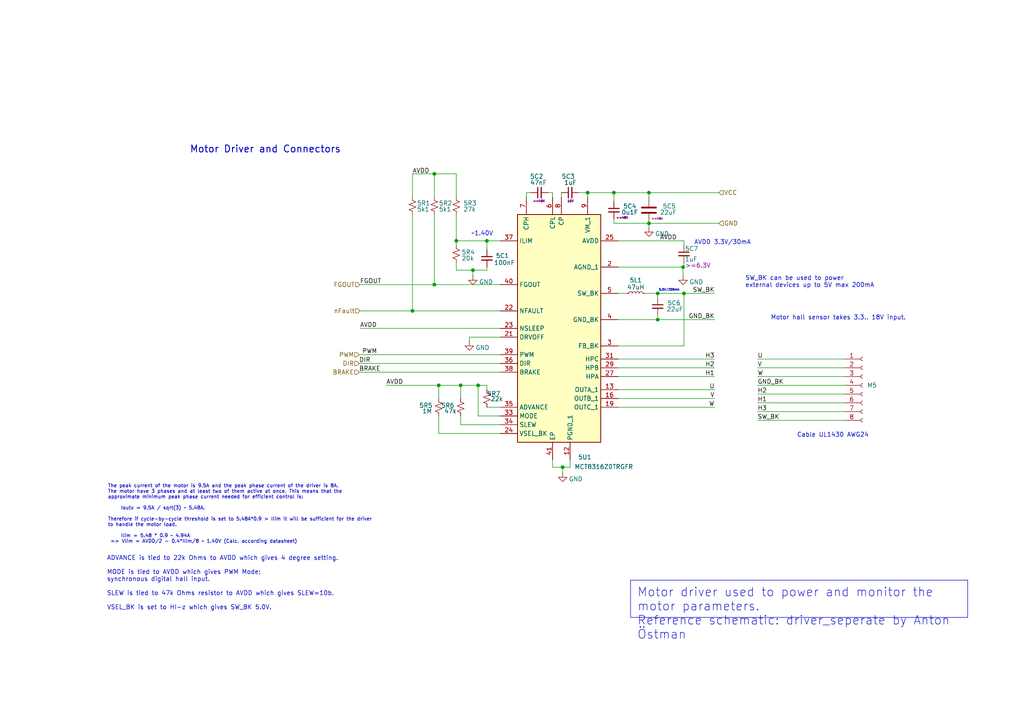
<source format=kicad_sch>
(kicad_sch (version 20231120) (generator "eeschema") (generator_version "8.0")
  (paper "A4")
  (lib_symbols
    (symbol "Connector:Conn_01x08_Socket" (pin_names (offset 1.016) hide)
      (property "Reference" "J" (at 0 10.16 0))
      (property "Value" "Conn_01x08_Socket" (at 0 -12.7 0))
      (symbol "Conn_01x08_Socket_1_1"
        (arc (start 0 -9.652) (mid -0.5058 -10.16) (end 0 -10.668) (stroke (width 0.1524)))
        (arc (start 0 -7.112) (mid -0.5058 -7.62) (end 0 -8.128) (stroke (width 0.1524)))
        (arc (start 0 -4.572) (mid -0.5058 -5.08) (end 0 -5.588) (stroke (width 0.1524)))
        (arc (start 0 -2.032) (mid -0.5058 -2.54) (end 0 -3.048) (stroke (width 0.1524)))
        (polyline (pts (xy -1.27 -10.16) (xy -0.508 -10.16)) (stroke (width 0.1524)))
        (polyline (pts (xy -1.27 -7.62) (xy -0.508 -7.62)) (stroke (width 0.1524)))
        (polyline (pts (xy -1.27 -5.08) (xy -0.508 -5.08)) (stroke (width 0.1524)))
        (polyline (pts (xy -1.27 -2.54) (xy -0.508 -2.54)) (stroke (width 0.1524)))
        (polyline (pts (xy -1.27 0) (xy -0.508 0)) (stroke (width 0.1524)))
        (polyline (pts (xy -1.27 2.54) (xy -0.508 2.54)) (stroke (width 0.1524)))
        (polyline (pts (xy -1.27 5.08) (xy -0.508 5.08)) (stroke (width 0.1524)))
        (polyline (pts (xy -1.27 7.62) (xy -0.508 7.62)) (stroke (width 0.1524)))
        (arc (start 0 0.508) (mid -0.5058 0) (end 0 -0.508) (stroke (width 0.1524)))
        (arc (start 0 3.048) (mid -0.5058 2.54) (end 0 2.032) (stroke (width 0.1524)))
        (arc (start 0 5.588) (mid -0.5058 5.08) (end 0 4.572) (stroke (width 0.1524)))
        (arc (start 0 8.128) (mid -0.5058 7.62) (end 0 7.112) (stroke (width 0.1524)))
        (pin passive line (at -5.08 7.62 0) (length 3.81) (name "Pin_1") (number "1"))
        (pin passive line (at -5.08 5.08 0) (length 3.81) (name "Pin_2") (number "2"))
        (pin passive line (at -5.08 2.54 0) (length 3.81) (name "Pin_3") (number "3"))
        (pin passive line (at -5.08 0 0) (length 3.81) (name "Pin_4") (number "4"))
        (pin passive line (at -5.08 -2.54 0) (length 3.81) (name "Pin_5") (number "5"))
        (pin passive line (at -5.08 -5.08 0) (length 3.81) (name "Pin_6") (number "6"))
        (pin passive line (at -5.08 -7.62 0) (length 3.81) (name "Pin_7") (number "7"))
        (pin passive line (at -5.08 -10.16 0) (length 3.81) (name "Pin_8") (number "8"))
      )
    )
    (symbol "Device:C" (pin_numbers hide) (pin_names (offset 0.254))
      (property "Reference" "C" (at 0.635 2.54 0))
      (property "Value" "C" (at 0.635 -2.54 0))
      (symbol "C_0_1"
        (polyline (pts (xy -2.032 -0.762) (xy 2.032 -0.762)) (stroke (width 0.508)))
        (polyline (pts (xy -2.032 0.762) (xy 2.032 0.762)) (stroke (width 0.508)))
      )
      (symbol "C_1_1"
        (pin passive line (at 0 3.81 270) (length 2.794) (name "~") (number "1"))
        (pin passive line (at 0 -3.81 90) (length 2.794) (name "~") (number "2"))
      )
    )
    (symbol "Device:C_Small" (pin_numbers hide) (pin_names (offset 0.254) hide)
      (property "Reference" "C" (at 0.254 1.778 0))
      (property "Value" "C_Small" (at 0.254 -2.032 0))
      (symbol "C_Small_0_1"
        (polyline (pts (xy -1.524 -0.508) (xy 1.524 -0.508)) (stroke (width 0.3302)))
        (polyline (pts (xy -1.524 0.508) (xy 1.524 0.508)) (stroke (width 0.3048)))
      )
      (symbol "C_Small_1_1"
        (pin passive line (at 0 2.54 270) (length 2.032) (name "~") (number "1"))
        (pin passive line (at 0 -2.54 90) (length 2.032) (name "~") (number "2"))
      )
    )
    (symbol "Device:L_Small" (pin_numbers hide) (pin_names (offset 0.254) hide)
      (property "Reference" "L" (at 0.762 1.016 0))
      (property "Value" "L_Small" (at 0.762 -1.016 0))
      (symbol "L_Small_0_1"
        (arc (start 0 -2.032) (mid 0.5058 -1.524) (end 0 -1.016))
        (arc (start 0 -1.016) (mid 0.5058 -0.508) (end 0 0))
        (arc (start 0 0) (mid 0.5058 0.508) (end 0 1.016))
        (arc (start 0 1.016) (mid 0.5058 1.524) (end 0 2.032))
      )
      (symbol "L_Small_1_1"
        (pin passive line (at 0 2.54 270) (length 0.508) (name "~") (number "1"))
        (pin passive line (at 0 -2.54 90) (length 0.508) (name "~") (number "2"))
      )
    )
    (symbol "Device:R_Small_US" (pin_numbers hide) (pin_names (offset 0.254) hide)
      (property "Reference" "R" (at 0.762 0.508 0))
      (property "Value" "R_Small_US" (at 0.762 -1.016 0))
      (symbol "R_Small_US_1_1"
        (polyline (pts (xy 0 0) (xy 1.016 -0.381) (xy 0 -0.762) (xy -1.016 -1.143) (xy 0 -1.524)))
        (polyline (pts (xy 0 1.524) (xy 1.016 1.143) (xy 0 0.762) (xy -1.016 0.381) (xy 0 0)))
        (pin passive line (at 0 2.54 270) (length 1.016) (name "~") (number "1"))
        (pin passive line (at 0 -2.54 90) (length 1.016) (name "~") (number "2"))
      )
    )
    (symbol "MCT8316Z0TQRGFRQ1:MCT8316Z0TQRGFRQ1"
      (property "Reference" "IC?" (at 5.08 -54.61 0))
      (property "Value" "MCT8316Z0TQRGFRQ1" (at 21.59 -54.61 0))
      (symbol "MCT8316Z0TQRGFRQ1_1_1"
        (rectangle (start 5.08 12.7) (end 29.21 -53.34) (stroke (width 0.254)) (fill (type background)))
        (pin no_connect line (at 29.21 -5.08 180) (length 5.08) hide (name "NC") (number "1"))
        (pin passive line (at 25.4 17.78 270) (length 5.08) hide (name "VM_2") (number "10"))
        (pin passive line (at 25.4 17.78 270) (length 5.08) hide (name "VM_3") (number "11"))
        (pin passive line (at 20.32 -58.42 90) (length 5.08) (name "PGND_1") (number "12"))
        (pin passive line (at 34.29 -38.1 180) (length 5.08) (name "OUTA_1") (number "13"))
        (pin passive line (at 34.29 -38.1 180) (length 5.08) hide (name "OUTA_2") (number "14"))
        (pin passive line (at 20.32 -58.42 90) (length 5.08) hide (name "PGND_2") (number "15"))
        (pin passive line (at 34.29 -40.64 180) (length 5.08) (name "OUTB_1") (number "16"))
        (pin passive line (at 34.29 -40.64 180) (length 5.08) hide (name "OUTB_2") (number "17"))
        (pin passive line (at 20.32 -58.42 90) (length 5.08) hide (name "PGND_3") (number "18"))
        (pin passive line (at 34.29 -43.18 180) (length 5.08) (name "OUTC_1") (number "19"))
        (pin passive line (at 34.29 -2.54 180) (length 5.08) (name "AGND_1") (number "2"))
        (pin passive line (at 34.29 -43.18 180) (length 5.08) hide (name "OUTC_2") (number "20"))
        (pin passive line (at 0 -22.86 0) (length 5.08) (name "DRVOFF") (number "21"))
        (pin passive line (at 0 -15.24 0) (length 5.08) (name "NFAULT") (number "22"))
        (pin passive line (at 0 -20.32 0) (length 5.08) (name "NSLEEP") (number "23"))
        (pin passive line (at 0 -50.8 0) (length 5.08) (name "VSEL_BK") (number "24"))
        (pin passive line (at 34.29 5.08 180) (length 5.08) (name "AVDD") (number "25"))
        (pin passive line (at 34.29 -2.54 180) (length 5.08) hide (name "AGND_2") (number "26"))
        (pin passive line (at 34.29 -34.29 180) (length 5.08) (name "HPA") (number "27"))
        (pin no_connect line (at 29.21 -21.59 180) (length 5.08) hide (name "HNA") (number "28"))
        (pin passive line (at 34.29 -31.75 180) (length 5.08) (name "HPB") (number "29"))
        (pin passive line (at 34.29 -25.4 180) (length 5.08) (name "FB_BK") (number "3"))
        (pin no_connect line (at 29.21 -21.59 180) (length 5.08) hide (name "HNB") (number "30"))
        (pin passive line (at 34.29 -29.21 180) (length 5.08) (name "HPC") (number "31"))
        (pin no_connect line (at 29.21 -21.59 180) (length 5.08) hide (name "HNC") (number "32"))
        (pin passive line (at 0 -45.72 0) (length 5.08) (name "MODE") (number "33"))
        (pin passive line (at 0 -48.26 0) (length 5.08) (name "SLEW") (number "34"))
        (pin passive line (at 0 -43.18 0) (length 5.08) (name "ADVANCE") (number "35"))
        (pin passive line (at 0 -30.48 0) (length 5.08) (name "DIR") (number "36"))
        (pin passive line (at 0 5.08 0) (length 5.08) (name "ILIM") (number "37"))
        (pin passive line (at 0 -33.02 0) (length 5.08) (name "BRAKE") (number "38"))
        (pin passive line (at 0 -27.94 0) (length 5.08) (name "PWM") (number "39"))
        (pin passive line (at 34.29 -17.78 180) (length 5.08) (name "GND_BK") (number "4"))
        (pin passive line (at 0 -7.62 0) (length 5.08) (name "FGOUT") (number "40"))
        (pin passive line (at 15.24 -58.42 90) (length 5.08) (name "EP") (number "41"))
        (pin passive line (at 34.29 -10.16 180) (length 5.08) (name "SW_BK") (number "5"))
        (pin passive line (at 15.24 17.78 270) (length 5.08) (name "CPL") (number "6"))
        (pin passive line (at 7.62 17.78 270) (length 5.08) (name "CPH") (number "7"))
        (pin passive line (at 17.78 17.78 270) (length 5.08) (name "CP") (number "8"))
        (pin passive line (at 25.4 17.78 270) (length 5.08) (name "VM_1") (number "9"))
      )
    )
    (symbol "power:GND" (power) (pin_numbers hide) (pin_names (offset 0) hide)
      (property "Value" "GND" (at 0 -3.81 0))
      (symbol "GND_0_1"
        (polyline (pts (xy 0 0) (xy 0 -1.27) (xy 1.27 -1.27) (xy 0 -2.54) (xy -1.27 -1.27) (xy 0 -1.27)))
      )
      (symbol "GND_1_1"
        (pin power_in line (at 0 0 270) (length 0) (name "~") (number "1"))
      )
    )
  )
  (junction (at 198.12 77.47))
  (junction (at 127.254 111.76))
  (junction (at 188.214 55.88))
  (junction (at 125.984 50.419))
  (junction (at 119.634 90.17))
  (junction (at 138.684 111.76))
  (junction (at 170.434 55.88))
  (junction (at 188.214 64.77))
  (junction (at 178.054 55.88))
  (junction (at 198.374 85.09))
  (junction (at 137.16 78.359))
  (junction (at 125.984 82.55))
  (junction (at 190.754 85.09))
  (junction (at 132.334 69.85))
  (junction (at 163.195 135.509))
  (junction (at 190.754 92.71))
  (junction (at 133.604 111.76))
  (junction (at 141.224 69.85))
  (wire (pts (xy 178.054 63.5) (xy 178.054 64.77)))
  (wire (pts (xy 188.214 55.88) (xy 188.214 57.15)))
  (wire (pts (xy 133.604 123.19) (xy 145.034 123.19)))
  (wire (pts (xy 198.374 69.85) (xy 198.374 71.12)))
  (wire (pts (xy 104.394 95.25) (xy 145.034 95.25)))
  (wire (pts (xy 152.654 55.88) (xy 153.924 55.88)))
  (wire (pts (xy 141.224 77.47) (xy 141.224 78.359)))
  (wire (pts (xy 141.224 111.76) (xy 141.224 113.03)))
  (wire (pts (xy 179.324 100.33) (xy 198.374 100.33)))
  (wire (pts (xy 198.374 85.09) (xy 207.264 85.09)))
  (wire (pts (xy 219.71 119.38) (xy 245.11 119.38)))
  (wire (pts (xy 179.324 92.71) (xy 190.754 92.71)))
  (wire (pts (xy 219.71 109.22) (xy 245.11 109.22)))
  (wire (pts (xy 127.254 120.65) (xy 127.254 125.73)))
  (wire (pts (xy 132.334 78.359) (xy 132.334 76.2)))
  (wire (pts (xy 132.334 69.85) (xy 132.334 71.12)))
  (wire (pts (xy 198.12 77.47) (xy 198.12 80.01)))
  (wire (pts (xy 179.324 118.11) (xy 207.264 118.11)))
  (wire (pts (xy 219.71 111.76) (xy 245.11 111.76)))
  (wire (pts (xy 119.634 90.17) (xy 145.034 90.17)))
  (wire (pts (xy 104.14 105.41) (xy 145.034 105.41)))
  (wire (pts (xy 188.214 64.77) (xy 208.534 64.77)))
  (wire (pts (xy 179.324 106.68) (xy 207.264 106.68)))
  (wire (pts (xy 132.334 50.419) (xy 132.334 57.15)))
  (wire (pts (xy 188.214 55.88) (xy 208.534 55.88)))
  (wire (pts (xy 190.754 85.09) (xy 190.754 86.36)))
  (wire (pts (xy 136.144 97.79) (xy 145.034 97.79)))
  (wire (pts (xy 137.16 78.359) (xy 132.334 78.359)))
  (wire (pts (xy 141.224 69.85) (xy 141.224 72.39)))
  (wire (pts (xy 141.224 118.11) (xy 145.034 118.11)))
  (wire (pts (xy 190.754 92.71) (xy 207.264 92.71)))
  (wire (pts (xy 198.12 77.47) (xy 198.374 77.47)))
  (wire (pts (xy 112.014 111.76) (xy 127.254 111.76)))
  (wire (pts (xy 138.684 111.76) (xy 141.224 111.76)))
  (wire (pts (xy 165.354 135.509) (xy 163.195 135.509)))
  (wire (pts (xy 137.16 78.359) (xy 137.16 80.01)))
  (wire (pts (xy 178.054 64.77) (xy 188.214 64.77)))
  (wire (pts (xy 219.71 106.68) (xy 245.11 106.68)))
  (wire (pts (xy 163.195 135.509) (xy 163.195 137.16)))
  (wire (pts (xy 179.324 109.22) (xy 207.264 109.22)))
  (wire (pts (xy 219.71 114.3) (xy 245.11 114.3)))
  (wire (pts (xy 125.984 50.419) (xy 125.984 57.15)))
  (wire (pts (xy 219.71 121.92) (xy 245.11 121.92)))
  (wire (pts (xy 119.634 62.23) (xy 119.634 90.17)))
  (wire (pts (xy 188.214 64.77) (xy 188.214 66.04)))
  (wire (pts (xy 136.144 97.79) (xy 136.144 99.06)))
  (wire (pts (xy 165.354 133.35) (xy 165.354 135.509)))
  (wire (pts (xy 170.434 55.88) (xy 170.434 57.15)))
  (wire (pts (xy 125.984 50.419) (xy 132.334 50.419)))
  (wire (pts (xy 127.254 115.57) (xy 127.254 111.76)))
  (wire (pts (xy 104.14 107.95) (xy 145.034 107.95)))
  (wire (pts (xy 119.634 50.419) (xy 119.634 57.15)))
  (wire (pts (xy 186.944 85.09) (xy 190.754 85.09)))
  (wire (pts (xy 137.16 78.359) (xy 141.224 78.359)))
  (wire (pts (xy 219.71 116.84) (xy 245.11 116.84)))
  (wire (pts (xy 160.274 55.88) (xy 159.004 55.88)))
  (wire (pts (xy 170.434 55.88) (xy 178.054 55.88)))
  (wire (pts (xy 179.324 115.57) (xy 207.264 115.57)))
  (wire (pts (xy 132.334 69.85) (xy 141.224 69.85)))
  (wire (pts (xy 190.754 91.44) (xy 190.754 92.71)))
  (wire (pts (xy 138.684 120.65) (xy 145.034 120.65)))
  (wire (pts (xy 104.14 102.87) (xy 145.034 102.87)))
  (wire (pts (xy 179.324 69.85) (xy 198.374 69.85)))
  (wire (pts (xy 132.334 62.23) (xy 132.334 69.85)))
  (wire (pts (xy 152.654 55.88) (xy 152.654 57.15)))
  (wire (pts (xy 179.324 113.03) (xy 207.264 113.03)))
  (wire (pts (xy 160.274 135.509) (xy 163.195 135.509)))
  (wire (pts (xy 198.374 85.09) (xy 198.374 100.33)))
  (wire (pts (xy 119.634 50.419) (xy 125.984 50.419)))
  (wire (pts (xy 179.324 104.14) (xy 207.264 104.14)))
  (wire (pts (xy 160.274 135.509) (xy 160.274 133.35)))
  (wire (pts (xy 190.754 85.09) (xy 198.374 85.09)))
  (wire (pts (xy 133.604 120.65) (xy 133.604 123.19)))
  (wire (pts (xy 160.274 55.88) (xy 160.274 57.15)))
  (wire (pts (xy 179.324 85.09) (xy 181.864 85.09)))
  (wire (pts (xy 167.894 55.88) (xy 170.434 55.88)))
  (wire (pts (xy 179.324 77.47) (xy 198.12 77.47)))
  (wire (pts (xy 125.984 82.55) (xy 145.034 82.55)))
  (wire (pts (xy 125.984 62.23) (xy 125.984 82.55)))
  (wire (pts (xy 219.71 104.14) (xy 245.11 104.14)))
  (wire (pts (xy 178.054 55.88) (xy 178.054 58.42)))
  (wire (pts (xy 133.604 111.76) (xy 138.684 111.76)))
  (wire (pts (xy 178.054 55.88) (xy 188.214 55.88)))
  (wire (pts (xy 141.224 69.85) (xy 145.034 69.85)))
  (wire (pts (xy 127.254 125.73) (xy 145.034 125.73)))
  (wire (pts (xy 162.814 55.88) (xy 162.814 57.15)))
  (wire (pts (xy 198.374 76.2) (xy 198.374 77.47)))
  (wire (pts (xy 125.984 82.55) (xy 104.394 82.55)))
  (wire (pts (xy 127.254 111.76) (xy 133.604 111.76)))
  (wire (pts (xy 133.604 111.76) (xy 133.604 115.57)))
  (wire (pts (xy 104.394 90.17) (xy 119.634 90.17)))
  (wire (pts (xy 138.684 111.76) (xy 138.684 120.65)))
  (text_box "Motor driver used to power and monitor the motor parameters.\nReference schematic: driver_seperate by Anton Östman" (at 182.88 168.275 0) (size 97.79 10.795) (effects (font (size 2.54 2.54)) (justify left top)))
  (text "SW_BK can be used to power \nexternal devices up to 5V max 200mA\n" (at 216.154 83.566 0) (effects (font (size 1.27 1.27)) (justify left bottom)))
  (text "5.0V/200mA" (at 191.008 84.582 0) (effects (font (size 0.635 0.635)) (justify left bottom)))
  (text "Cable UL1430 AWG24" (at 231.14 127 0) (effects (font (size 1.27 1.27)) (justify left bottom)))
  (text "ADVANCE is tied to 22k Ohms to AVDD which gives 4 degree setting.\n\nMODE is tied to AVDD which gives PWM Mode;\nsynchronous digital hall input.\n\nSLEW is tied to 47k Ohms resistor to AVDD which gives SLEW=10b.\n\nVSEL_BK is set to HI-z which gives SW_BK 5.0V." (at 30.988 177.038 0) (effects (font (size 1.27 1.27)) (justify left bottom)))
  (text "~1.40V" (at 136.652 68.58 0) (effects (font (size 1.27 1.27)) (justify left bottom)))
  (text "AVDD 3.3V/30mA" (at 201.295 71.12 0) (effects (font (size 1.27 1.27)) (justify left bottom)))
  (text "Motor Driver and Connectors" (at 54.991 44.577 0) (effects (font (size 2 2) (thickness 0.254) (bold yes)) (justify left bottom)))
  (text "Motor hall sensor takes 3.3.. 18V input." (at 223.52 92.964 0) (effects (font (size 1.27 1.27)) (justify left bottom)))
  (text "The peak current of the motor is 9.5A and the peak phase current of the driver is 8A.\nThe motor have 3 phases and at least two of them active at once. This means that the\napproximate minimum peak phase current needed for efficient control is:\n	\n	Ioutx = 9.5A / sqrt(3) ~ 5.48A.\n\nTherefore if cycle-by-cycle threshold is set to 5.48A*0.9 > Ilim it will be sufficient for the driver\nto handle the motor load.\n\n	Ilim = 5.48 * 0.9 ~ 4.94A\n => Vlim = AVDD/2 - 0.4*Ilim/8 ~ 1.40V (Calc. according datasheet)" (at 31.242 157.734 0) (effects (font (size 1 1)) (justify left bottom)))
  (label "AVDD" (at 191.389 69.85 0))
  (label "U" (at 207.264 113.03 180))
  (label "H1" (at 219.71 116.84 0))
  (label "H3" (at 219.71 119.38 0))
  (label "H2" (at 207.264 106.68 180))
  (label "V" (at 207.264 115.57 180))
  (label "U" (at 219.71 104.14 0))
  (label "SW_BK" (at 219.71 121.92 0))
  (label "PWM" (at 105.029 102.87 0))
  (label "AVDD" (at 104.394 95.25 0))
  (label "FGOUT" (at 104.394 82.55 0))
  (label "W" (at 219.71 109.22 0))
  (label "H3" (at 207.264 104.14 180))
  (label "GND_BK" (at 219.71 111.76 0))
  (label "V" (at 219.71 106.68 0))
  (label "SW_BK" (at 207.264 85.09 180))
  (label "H1" (at 207.264 109.22 180))
  (label "H2" (at 219.71 114.3 0))
  (label "GND_BK" (at 207.264 92.71 180))
  (label "BRAKE" (at 104.14 107.95 0))
  (label "AVDD" (at 119.634 50.546 0))
  (label "AVDD" (at 112.014 111.76 0))
  (label "W" (at 207.264 118.11 180))
  (label "DIR" (at 104.14 105.41 0))
  (hierarchical_label "BRAKE" (shape input) (at 104.14 107.95 180))
  (hierarchical_label "PWM" (shape input) (at 104.14 102.87 180))
  (hierarchical_label "nFault" (shape input) (at 104.394 90.17 180))
  (hierarchical_label "FGOUT" (shape input) (at 104.394 82.55 180))
  (hierarchical_label "VCC" (shape input) (at 208.534 55.88 0))
  (hierarchical_label "GND" (shape input) (at 208.534 64.77 0))
  (hierarchical_label "DIR" (shape input) (at 104.14 105.41 180))
  (symbol (lib_id "Device:C_Small") (at 141.224 74.93 0) (unit 1)
    (property "Reference" "5C1" (at 143.764 74.168 0) (effects (justify left)))
    (property "Value" "100nF" (at 143.256 76.2 0) (effects (justify left)))
    (property "Footprint" "Capacitor_SMD:C_0402_1005Metric" (effects (hide yes)))
    (property "Description" "MFR.Part # CL05B104KO5NNNC JLCPCB Part # C1525" (effects (hide yes)))
  )
  (symbol (lib_id "Device:C_Small") (at 178.054 60.96 0) (unit 1)
    (property "Reference" "5C4" (at 180.721 59.817 0) (effects (justify left)))
    (property "Value" "0u1F" (at 180.213 61.595 0) (effects (justify left)))
    (property "Footprint" "Capacitor_SMD:C_0402_1005Metric" (effects (hide yes)))
    (property "Description" "MFR.Part # CL05B104KB54PNC JLCPCB Part # C307331" (effects (hide yes)))
    (property "Voltage" ">=48V" (at 180.467 63.119 0) (effects (font (size 0.635 0.635))))
  )
  (symbol (lib_id "Device:R_Small_US") (at 119.634 59.69 0) (unit 1)
    (property "Reference" "5R1" (at 120.904 58.928 0) (effects (justify left)))
    (property "Value" "5k1" (at 120.904 60.706 0) (effects (justify left)))
    (property "Footprint" "Resistor_SMD:R_0603_1608Metric" (effects (hide yes)))
    (property "Description" "MFR.Part # ERJ3GEYJ512V JLCPCB Part # C403509" (effects (hide yes)))
  )
  (symbol (lib_id "power:GND") (at 137.16 80.01 0) (unit 1)
    (property "Reference" "#PWR045" (effects (hide yes)))
    (property "Value" "GND" (at 140.97 81.788 0))
    (property "Description" "Power symbol creates a global label with name \"GND\" , ground" (effects (hide yes)))
  )
  (symbol (lib_id "Device:C_Small") (at 165.354 55.88 90) (unit 1)
    (property "Reference" "5C3" (at 166.751 51.181 90) (effects (justify left)))
    (property "Value" "1uF" (at 167.259 52.959 90) (effects (justify left)))
    (property "Footprint" "Capacitor_SMD:C_0402_1005Metric" (effects (hide yes)))
    (property "Description" "MFR.Part # CL05A105KP5NNNC JLCPCB Part # C14445" (effects (hide yes)))
    (property "Voltage" "16V" (at 165.481 58.293 90) (effects (font (size 0.635 0.635))))
  )
  (symbol (lib_id "power:GND") (at 188.214 66.04 0) (unit 1)
    (property "Reference" "#PWR046" (effects (hide yes)))
    (property "Value" "GND" (at 192.024 67.818 0))
    (property "Description" "Power symbol creates a global label with name \"GND\" , ground" (effects (hide yes)))
  )
  (symbol (lib_id "Device:L_Small") (at 184.404 85.09 90) (unit 1)
    (property "Reference" "5L1" (at 184.404 81.28 90))
    (property "Value" "47uH" (at 184.404 83.312 90))
    (property "Footprint" "Inductor_SMD:L_0805_2012Metric" (effects (hide yes)))
    (property "Description" "MFR.Part # CMI201212J470KT JLCPCB Part # C105499" (effects (hide yes)))
  )
  (symbol (lib_id "Device:R_Small_US") (at 125.984 59.69 0) (unit 1)
    (property "Reference" "5R2" (at 127.254 58.928 0) (effects (justify left)))
    (property "Value" "5k1" (at 127.254 60.706 0) (effects (justify left)))
    (property "Footprint" "Resistor_SMD:R_0603_1608Metric" (effects (hide yes)))
    (property "Description" "MFR.Part # ERJ3GEYJ512V JLCPCB Part # C403509" (effects (hide yes)))
  )
  (symbol (lib_id "Device:C_Small") (at 156.464 55.88 90) (unit 1)
    (property "Reference" "5C2" (at 157.607 51.181 90) (effects (justify left)))
    (property "Value" "47nF" (at 158.623 52.959 90) (effects (justify left)))
    (property "Footprint" "Capacitor_SMD:C_0402_1005Metric" (effects (hide yes)))
    (property "Description" "MFR.Part # CL05B473KB5VPNC JLCPCB Part # C307339" (effects (hide yes)))
    (property "Voltage" ">=48V" (at 156.337 58.293 90) (effects (font (size 0.635 0.635))))
  )
  (symbol (lib_id "Device:R_Small_US") (at 132.334 73.66 0) (unit 1)
    (property "Reference" "5R4" (at 133.858 73.152 0) (effects (justify left)))
    (property "Value" "20k" (at 133.858 74.93 0) (effects (justify left)))
    (property "Footprint" "Resistor_SMD:R_0603_1608Metric" (effects (hide yes)))
    (property "Description" "MFR.Part # 0603WAF2002T5E JLCPCB Part # C4184" (effects (hide yes)))
  )
  (symbol (lib_id "Device:R_Small_US") (at 132.334 59.69 0) (unit 1)
    (property "Reference" "5R3" (at 134.366 58.928 0) (effects (justify left)))
    (property "Value" "27k" (at 134.366 60.706 0) (effects (justify left)))
    (property "Footprint" "Resistor_SMD:R_0603_1608Metric" (effects (hide yes)))
    (property "Description" "MFR.Part # 0603WAF2702T5E JLCPCB Part # C22967" (effects (hide yes)))
  )
  (symbol (lib_id "Device:R_Small_US") (at 133.604 118.11 180) (unit 1)
    (property "Reference" "5R6" (at 131.826 117.602 0) (effects (justify left)))
    (property "Value" "47k" (at 132.461 119.253 0) (effects (justify left)))
    (property "Footprint" "Resistor_SMD:R_0402_1005Metric" (effects (hide yes)))
    (property "Description" "MFR.Part # 0402WGF4702TCE JLCPCB Part # C25792" (effects (hide yes)))
  )
  (symbol (lib_id "power:GND") (at 163.195 137.16 0) (unit 1)
    (property "Reference" "#PWR043" (effects (hide yes)))
    (property "Value" "GND" (at 167.005 138.938 0))
    (property "Description" "Power symbol creates a global label with name \"GND\" , ground" (effects (hide yes)))
  )
  (symbol (lib_id "Device:R_Small_US") (at 127.254 118.11 180) (unit 1)
    (property "Reference" "5R5" (at 125.476 117.602 0) (effects (justify left)))
    (property "Value" "1M" (at 125.349 119.253 0) (effects (justify left)))
    (property "Footprint" "Resistor_SMD:R_0805_2012Metric" (effects (hide yes)))
    (property "Description" "MFR.Part # RC0805FR-071ML JLCPCB Part # C107700" (effects (hide yes)))
  )
  (symbol (lib_id "Device:C_Small") (at 190.754 88.9 0) (unit 1)
    (property "Reference" "5C6" (at 193.548 87.884 0) (effects (justify left)))
    (property "Value" "22uF" (at 193.294 89.662 0) (effects (justify left)))
    (property "Footprint" "Capacitor_SMD:C_0402_1005Metric" (effects (hide yes)))
    (property "Description" "MFR.Part # CL05A226MQ5QUNC JLCPCB Part # C105226" (effects (hide yes)))
  )
  (symbol (lib_id "MCT8316Z0TQRGFRQ1:MCT8316Z0TQRGFRQ1") (at 145.034 74.93 0) (unit 1)
    (property "Reference" "5U1" (at 167.64 132.588 0) (effects (justify left)))
    (property "Value" "MCT8316Z0TRGFR" (at 166.624 135.382 0) (effects (justify left)))
    (property "Footprint" "motorDriver:RGF0040E-IPC_B" (effects (hide yes)))
    (property "Description" "MFR.Part # MCT8316Z0TRGFR JLCPCB Part # C3681342" (effects (hide yes)))
    (property "Reference_1" "IC" (effects (hide yes)))
    (property "Value_1" "MCT8316Z0TQRGFRQ1" (effects (hide yes)))
    (property "Footprint_1" "QFN50P500X700X100-41N-D" (effects (hide yes)))
    (property "Datasheet_1" "https://www.ti.com/lit/ds/symlink/mct8316z-q1.pdf?ts=1644468763902&ref_url=https%253A%252F%252Fwww.ti.com%252Fproduct%252FMCT8316Z-Q1" (effects (hide yes)))
    (property "Height" "1" (effects (hide yes)))
    (property "Mouser Part Number" "595-CT8316Z0TQRGFRQ1" (effects (hide yes)))
    (property "Mouser Price/Stock" "https://www.mouser.co.uk/ProductDetail/Texas-Instruments/MCT8316Z0TQRGFRQ1?qs=doiCPypUmgGjpIW3bYp16w%3D%3D" (effects (hide yes)))
    (property "Manufacturer_Name" "Texas Instruments" (effects (hide yes)))
    (property "Manufacturer_Part_Number" "MCT8316Z0TQRGFRQ1" (effects (hide yes)))
  )
  (symbol (lib_id "Device:R_Small_US") (at 141.224 115.57 180) (unit 1)
    (property "Reference" "5R7" (at 145.161 114.173 0) (effects (justify left)))
    (property "Value" "22k" (at 145.923 115.697 0) (effects (justify left)))
    (property "Footprint" "Resistor_SMD:R_0402_1005Metric" (effects (hide yes)))
    (property "Description" "MFR.Part # 0402WGJ0223TCE JLCPCB Part # C25547" (effects (hide yes)))
  )
  (symbol (lib_id "power:GND") (at 136.144 99.06 0) (unit 1)
    (property "Reference" "#PWR044" (effects (hide yes)))
    (property "Value" "GND" (at 139.954 100.838 0))
    (property "Description" "Power symbol creates a global label with name \"GND\" , ground" (effects (hide yes)))
  )
  (symbol (lib_id "power:GND") (at 198.12 80.01 0) (unit 1)
    (property "Reference" "#PWR048" (effects (hide yes)))
    (property "Value" "GND" (at 201.93 81.788 0))
    (property "Description" "Power symbol creates a global label with name \"GND\" , ground" (effects (hide yes)))
  )
  (symbol (lib_id "Device:C_Small") (at 198.374 73.66 0) (unit 1)
    (property "Reference" "5C7" (at 198.628 72.136 0) (effects (justify left)))
    (property "Value" "1uF" (at 198.628 75.184 0) (effects (justify left)))
    (property "Footprint" "Capacitor_SMD:C_0402_1005Metric" (effects (hide yes)))
    (property "Description" "MFR.Part # GRM155R61A105KE15D JLCPCB Part # C76999" (effects (hide yes)))
    (property "Voltage" ">=6.3V" (at 202.438 76.962 0))
  )
  (symbol (lib_id "Connector:Conn_01x08_Socket") (at 250.19 111.76 0) (unit 1)
    (property "Reference" "M5" (at 251.46 111.7599 0) (effects (justify left)))
    (property "Value" "Conn_01x08_Socket" (effects (hide yes)))
    (property "Footprint" "Connector_PinHeader_2.54mm:PinHeader_1x08_P2.54mm_Vertical" (effects (hide yes)))
    (property "Description" "MFR.Part # HB-PH3-25418PB2GOP JLCPCB Part # C6332201" (effects (hide yes)))
  )
  (symbol (lib_id "Device:C") (at 188.214 60.96 0) (unit 1)
    (property "Reference" "5C5" (at 192.151 59.817 0) (effects (justify left)))
    (property "Value" "22uF" (at 191.389 61.595 0) (effects (justify left)))
    (property "Footprint" "Capacitor_SMD:C_2220_5750Metric" (effects (hide yes)))
    (property "Description" "MFR.Part # FS55X226K500EHG JLCPCB Part # C784103" (effects (hide yes)))
    (property "Voltage" ">=48v" (at 190.627 63.373 0) (effects (font (size 0.635 0.635))))
  )
)
</source>
